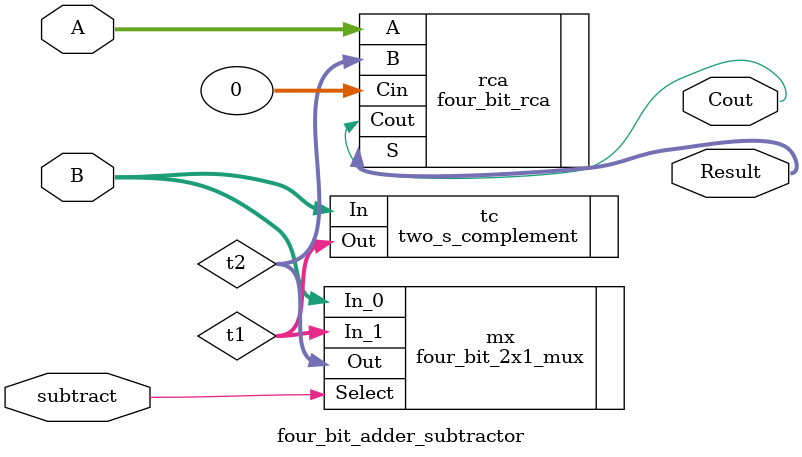
<source format=v>
module four_bit_adder_subtractor(A, B, subtract, Result, Cout);
    input [3:0] A;
    input [3:0] B;
    input subtract;
    output [3:0] Result;
    output Cout;
    wire [3:0] t1,t2;
    two_s_complement tc (.In(B),.Out(t1));
    four_bit_2x1_mux mx (.In_1(t1),.In_0(B),.Select(subtract),.Out(t2));
    four_bit_rca rca(.A(A),.B(t2),.Cin(0),.Cout(Cout),.S(Result));


endmodule

</source>
